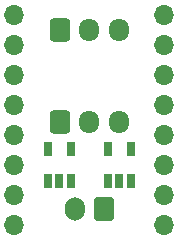
<source format=gbr>
%TF.GenerationSoftware,KiCad,Pcbnew,(6.0.0)*%
%TF.CreationDate,2022-12-15T21:07:09-05:00*%
%TF.ProjectId,Stepstick_Pixel,53746570-7374-4696-936b-5f506978656c,rev?*%
%TF.SameCoordinates,Original*%
%TF.FileFunction,Soldermask,Bot*%
%TF.FilePolarity,Negative*%
%FSLAX46Y46*%
G04 Gerber Fmt 4.6, Leading zero omitted, Abs format (unit mm)*
G04 Created by KiCad (PCBNEW (6.0.0)) date 2022-12-15 21:07:09*
%MOMM*%
%LPD*%
G01*
G04 APERTURE LIST*
G04 Aperture macros list*
%AMRoundRect*
0 Rectangle with rounded corners*
0 $1 Rounding radius*
0 $2 $3 $4 $5 $6 $7 $8 $9 X,Y pos of 4 corners*
0 Add a 4 corners polygon primitive as box body*
4,1,4,$2,$3,$4,$5,$6,$7,$8,$9,$2,$3,0*
0 Add four circle primitives for the rounded corners*
1,1,$1+$1,$2,$3*
1,1,$1+$1,$4,$5*
1,1,$1+$1,$6,$7*
1,1,$1+$1,$8,$9*
0 Add four rect primitives between the rounded corners*
20,1,$1+$1,$2,$3,$4,$5,0*
20,1,$1+$1,$4,$5,$6,$7,0*
20,1,$1+$1,$6,$7,$8,$9,0*
20,1,$1+$1,$8,$9,$2,$3,0*%
G04 Aperture macros list end*
%ADD10RoundRect,0.250000X-0.600000X-0.725000X0.600000X-0.725000X0.600000X0.725000X-0.600000X0.725000X0*%
%ADD11O,1.700000X1.950000*%
%ADD12O,1.700000X1.700000*%
%ADD13RoundRect,0.250000X0.600000X0.750000X-0.600000X0.750000X-0.600000X-0.750000X0.600000X-0.750000X0*%
%ADD14O,1.700000X2.000000*%
%ADD15RoundRect,0.070000X0.300000X0.525000X-0.300000X0.525000X-0.300000X-0.525000X0.300000X-0.525000X0*%
G04 APERTURE END LIST*
D10*
%TO.C,J4*%
X130850000Y-80120000D03*
D11*
X133350000Y-80120000D03*
X135850000Y-80120000D03*
%TD*%
D12*
%TO.C,U3*%
X127000000Y-71120000D03*
X127000000Y-73660000D03*
X127000000Y-76200000D03*
X127000000Y-78740000D03*
X127000000Y-81280000D03*
X127000000Y-83820000D03*
X127000000Y-86360000D03*
X127000000Y-88900000D03*
X139700000Y-88900000D03*
X139700000Y-86360000D03*
X139700000Y-83820000D03*
X139700000Y-81280000D03*
X139700000Y-78740000D03*
X139700000Y-76200000D03*
X139700000Y-73660000D03*
X139700000Y-71120000D03*
%TD*%
D13*
%TO.C,J5*%
X134600000Y-87520000D03*
D14*
X132100000Y-87520000D03*
%TD*%
D10*
%TO.C,J3*%
X130850000Y-72373000D03*
D11*
X133350000Y-72373000D03*
X135850000Y-72373000D03*
%TD*%
D15*
%TO.C,U2*%
X136840000Y-85170000D03*
X135890000Y-85170000D03*
X134940000Y-85170000D03*
X134940000Y-82470000D03*
X136840000Y-82470000D03*
%TD*%
%TO.C,U1*%
X131760000Y-85170000D03*
X130810000Y-85170000D03*
X129860000Y-85170000D03*
X129860000Y-82470000D03*
X131760000Y-82470000D03*
%TD*%
M02*

</source>
